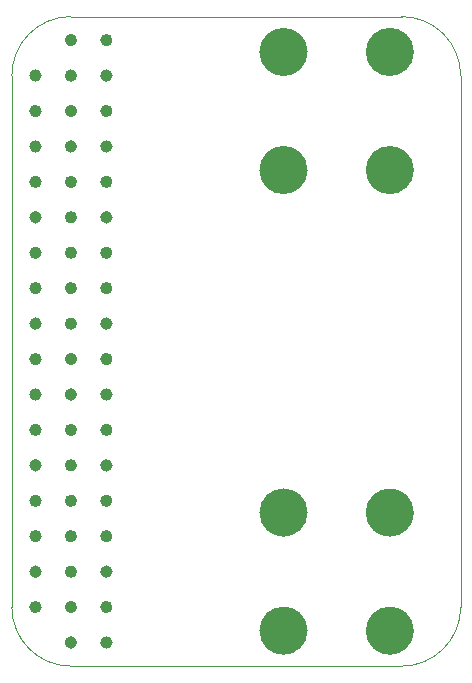
<source format=gbr>
%TF.GenerationSoftware,KiCad,Pcbnew,(6.0.7)*%
%TF.CreationDate,2023-04-13T09:30:39-06:00*%
%TF.ProjectId,TTW,5454572e-6b69-4636-9164-5f7063625858,rev?*%
%TF.SameCoordinates,Original*%
%TF.FileFunction,Profile,NP*%
%FSLAX46Y46*%
G04 Gerber Fmt 4.6, Leading zero omitted, Abs format (unit mm)*
G04 Created by KiCad (PCBNEW (6.0.7)) date 2023-04-13 09:30:39*
%MOMM*%
%LPD*%
G01*
G04 APERTURE LIST*
%TA.AperFunction,Profile*%
%ADD10C,2.050000*%
%TD*%
%TA.AperFunction,Profile*%
%ADD11C,0.550000*%
%TD*%
%TA.AperFunction,Profile*%
%ADD12C,0.100000*%
%TD*%
G04 APERTURE END LIST*
D10*
X96025000Y-137000000D02*
G75*
G03*
X96025000Y-137000000I-1025000J0D01*
G01*
X96025000Y-127000000D02*
G75*
G03*
X96025000Y-127000000I-1025000J0D01*
G01*
D11*
X80275000Y-111000000D02*
G75*
G03*
X80275000Y-111000000I-275000J0D01*
G01*
X77275000Y-90000000D02*
G75*
G03*
X77275000Y-90000000I-275000J0D01*
G01*
X77275000Y-126000000D02*
G75*
G03*
X77275000Y-126000000I-275000J0D01*
G01*
X80275000Y-123000000D02*
G75*
G03*
X80275000Y-123000000I-275000J0D01*
G01*
X80275000Y-108000000D02*
G75*
G03*
X80275000Y-108000000I-275000J0D01*
G01*
X77275000Y-114000000D02*
G75*
G03*
X77275000Y-114000000I-275000J0D01*
G01*
D10*
X105025000Y-127000000D02*
G75*
G03*
X105025000Y-127000000I-1025000J0D01*
G01*
D11*
X80275000Y-135000000D02*
G75*
G03*
X80275000Y-135000000I-275000J0D01*
G01*
D12*
X105000000Y-140000000D02*
X77000000Y-140000000D01*
D11*
X80275000Y-90000000D02*
G75*
G03*
X80275000Y-90000000I-275000J0D01*
G01*
D12*
X77000000Y-85000000D02*
X105000000Y-85000000D01*
D11*
X80275000Y-138000000D02*
G75*
G03*
X80275000Y-138000000I-275000J0D01*
G01*
X80275000Y-87000000D02*
G75*
G03*
X80275000Y-87000000I-275000J0D01*
G01*
X77275000Y-99000000D02*
G75*
G03*
X77275000Y-99000000I-275000J0D01*
G01*
X77275000Y-138000000D02*
G75*
G03*
X77275000Y-138000000I-275000J0D01*
G01*
D10*
X96025000Y-98000000D02*
G75*
G03*
X96025000Y-98000000I-1025000J0D01*
G01*
D11*
X77275000Y-108000000D02*
G75*
G03*
X77275000Y-108000000I-275000J0D01*
G01*
X80275000Y-99000000D02*
G75*
G03*
X80275000Y-99000000I-275000J0D01*
G01*
X74275000Y-126000000D02*
G75*
G03*
X74275000Y-126000000I-275000J0D01*
G01*
D10*
X105025000Y-88000000D02*
G75*
G03*
X105025000Y-88000000I-1025000J0D01*
G01*
D11*
X74275000Y-120000000D02*
G75*
G03*
X74275000Y-120000000I-275000J0D01*
G01*
X80275000Y-114000000D02*
G75*
G03*
X80275000Y-114000000I-275000J0D01*
G01*
X80275000Y-102000000D02*
G75*
G03*
X80275000Y-102000000I-275000J0D01*
G01*
X74275000Y-105000000D02*
G75*
G03*
X74275000Y-105000000I-275000J0D01*
G01*
X77275000Y-105000000D02*
G75*
G03*
X77275000Y-105000000I-275000J0D01*
G01*
X74275000Y-108000000D02*
G75*
G03*
X74275000Y-108000000I-275000J0D01*
G01*
D12*
X105000000Y-140000000D02*
G75*
G03*
X110000000Y-135000000I0J5000000D01*
G01*
D11*
X74275000Y-132000000D02*
G75*
G03*
X74275000Y-132000000I-275000J0D01*
G01*
X77275000Y-132000000D02*
G75*
G03*
X77275000Y-132000000I-275000J0D01*
G01*
X74275000Y-102000000D02*
G75*
G03*
X74275000Y-102000000I-275000J0D01*
G01*
X80275000Y-120000000D02*
G75*
G03*
X80275000Y-120000000I-275000J0D01*
G01*
X74275000Y-135000000D02*
G75*
G03*
X74275000Y-135000000I-275000J0D01*
G01*
D10*
X105025000Y-137000000D02*
G75*
G03*
X105025000Y-137000000I-1025000J0D01*
G01*
D11*
X77275000Y-87000000D02*
G75*
G03*
X77275000Y-87000000I-275000J0D01*
G01*
X80275000Y-105000000D02*
G75*
G03*
X80275000Y-105000000I-275000J0D01*
G01*
X77275000Y-93000000D02*
G75*
G03*
X77275000Y-93000000I-275000J0D01*
G01*
X77275000Y-120000000D02*
G75*
G03*
X77275000Y-120000000I-275000J0D01*
G01*
X74275000Y-93000000D02*
G75*
G03*
X74275000Y-93000000I-275000J0D01*
G01*
X80275000Y-126000000D02*
G75*
G03*
X80275000Y-126000000I-275000J0D01*
G01*
X74275000Y-129000000D02*
G75*
G03*
X74275000Y-129000000I-275000J0D01*
G01*
X77275000Y-129000000D02*
G75*
G03*
X77275000Y-129000000I-275000J0D01*
G01*
X74275000Y-123000000D02*
G75*
G03*
X74275000Y-123000000I-275000J0D01*
G01*
D12*
X77000000Y-85000000D02*
G75*
G03*
X72000000Y-90000000I0J-5000000D01*
G01*
D11*
X74275000Y-114000000D02*
G75*
G03*
X74275000Y-114000000I-275000J0D01*
G01*
X74275000Y-90000000D02*
G75*
G03*
X74275000Y-90000000I-275000J0D01*
G01*
X77275000Y-123000000D02*
G75*
G03*
X77275000Y-123000000I-275000J0D01*
G01*
X77275000Y-135000000D02*
G75*
G03*
X77275000Y-135000000I-275000J0D01*
G01*
D12*
X72000000Y-135000000D02*
X72000000Y-90000000D01*
D11*
X77275000Y-117000000D02*
G75*
G03*
X77275000Y-117000000I-275000J0D01*
G01*
D12*
X110000000Y-90000000D02*
G75*
G03*
X105000000Y-85000000I-5000000J0D01*
G01*
D11*
X80275000Y-93000000D02*
G75*
G03*
X80275000Y-93000000I-275000J0D01*
G01*
X80275000Y-117000000D02*
G75*
G03*
X80275000Y-117000000I-275000J0D01*
G01*
D10*
X105025000Y-98000000D02*
G75*
G03*
X105025000Y-98000000I-1025000J0D01*
G01*
D11*
X74275000Y-117000000D02*
G75*
G03*
X74275000Y-117000000I-275000J0D01*
G01*
X74275000Y-96000000D02*
G75*
G03*
X74275000Y-96000000I-275000J0D01*
G01*
X80275000Y-132000000D02*
G75*
G03*
X80275000Y-132000000I-275000J0D01*
G01*
X77275000Y-111000000D02*
G75*
G03*
X77275000Y-111000000I-275000J0D01*
G01*
X74275000Y-99000000D02*
G75*
G03*
X74275000Y-99000000I-275000J0D01*
G01*
X74275000Y-111000000D02*
G75*
G03*
X74275000Y-111000000I-275000J0D01*
G01*
D12*
X72000000Y-135000000D02*
G75*
G03*
X77000000Y-140000000I5000000J0D01*
G01*
D11*
X80275000Y-96000000D02*
G75*
G03*
X80275000Y-96000000I-275000J0D01*
G01*
D10*
X96025000Y-88000000D02*
G75*
G03*
X96025000Y-88000000I-1025000J0D01*
G01*
D12*
X110000000Y-90000000D02*
X110000000Y-135000000D01*
D11*
X80275000Y-129000000D02*
G75*
G03*
X80275000Y-129000000I-275000J0D01*
G01*
X77275000Y-96000000D02*
G75*
G03*
X77275000Y-96000000I-275000J0D01*
G01*
X77275000Y-102000000D02*
G75*
G03*
X77275000Y-102000000I-275000J0D01*
G01*
M02*

</source>
